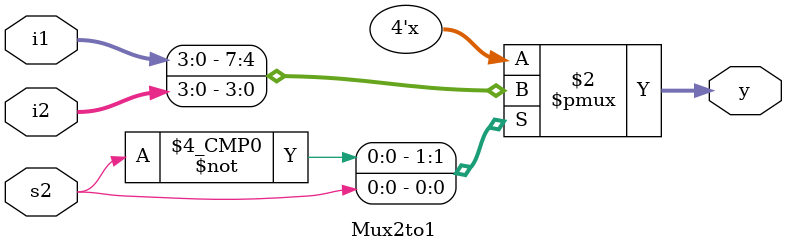
<source format=v>
module Mux8to1(
input [3:0]y1,
input [3:0]y2,
input [3:0]y3,
input [3:0]y4,
input [3:0]y5,
input [3:0]y6,
input [3:0]y7,
input [3:0]y8,
input s0,
input s1,
input s2,
output [3:0]z);

wire [3:0]z1,z2;

    Mux4to1 op1(.a1(y1), .a2(y2), .a3(y3), .a4(y4), .s0(s0), .s1(s1), .x(z1));
    Mux4to1 op2(.a1(y5), .a2(y6), .a3(y7), .a4(y8), .s0(s0), .s1(s1), .x(z2));
    Mux2to1 fop(.i1(z1), .i2(z2), .s2(s2), .y(z));

endmodule 

module Mux4to1(
input [3:0]a1,
input [3:0]a2,
input [3:0]a3,
input [3:0]a4,
input s0,
input s1,
output reg [3:0]x);

always @(*)begin
    case({s0,s1})
        2'b00:x=a1;
        2'b01:x=a2;
        2'b10:x=a3;
        2'b11:x=a4;
    endcase 
end
endmodule

module Mux2to1(
input [3:0]i1,
input [3:0]i2,
input s2,
output reg [3:0]y);

always@(*)begin
    case(s2)
        1'b0:y=i1;
        1'b1:y=i2;
    endcase 
end
endmodule 

</source>
